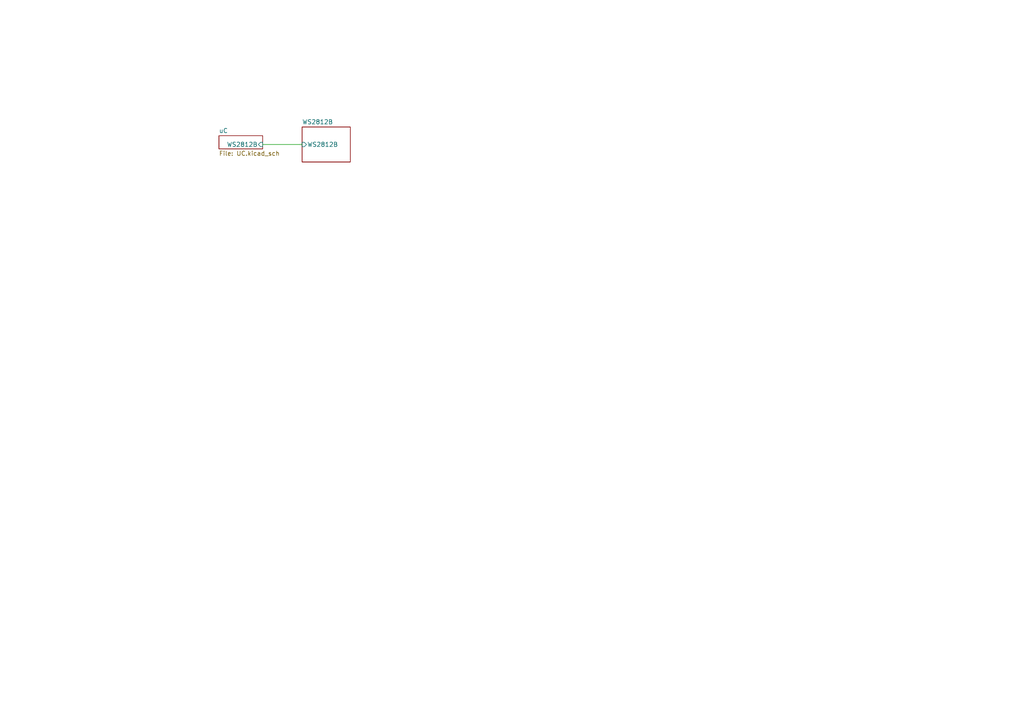
<source format=kicad_sch>
(kicad_sch
	(version 20231120)
	(generator "eeschema")
	(generator_version "8.0")
	(uuid "a7f720df-5226-47da-b97d-a699f8341512")
	(paper "A4")
	(title_block
		(title "Haibadge_Back")
		(date "2024-07-27")
		(rev "v1.0")
		(company "Waldo und Peter und Mona")
	)
	(lib_symbols)
	(wire
		(pts
			(xy 76.2 41.91) (xy 87.63 41.91)
		)
		(stroke
			(width 0)
			(type default)
		)
		(uuid "f12fab44-d0d8-461c-8cd3-41cc7730c166")
	)
	(sheet
		(at 87.63 36.83)
		(size 13.97 10.16)
		(fields_autoplaced yes)
		(stroke
			(width 0.1524)
			(type solid)
		)
		(fill
			(color 0 0 0 0.0000)
		)
		(uuid "06e5b8ae-2d1c-4f33-9cb4-f1dd2ab6de3f")
		(property "Sheetname" "WS2812B"
			(at 87.63 36.1184 0)
			(effects
				(font
					(size 1.27 1.27)
				)
				(justify left bottom)
			)
		)
		(property "Sheetfile" "WS2812B.kicad_sch"
			(at 87.63 47.5746 0)
			(effects
				(font
					(size 1.27 1.27)
				)
				(justify left top)
				(hide yes)
			)
		)
		(pin "WS2812B" input
			(at 87.63 41.91 180)
			(effects
				(font
					(size 1.27 1.27)
				)
				(justify left)
			)
			(uuid "6ae32347-8abf-4beb-a5cd-dc3ebd669165")
		)
		(instances
			(project "Haibadge_B"
				(path "/a7f720df-5226-47da-b97d-a699f8341512"
					(page "2")
				)
			)
		)
	)
	(sheet
		(at 63.5 39.37)
		(size 12.7 3.81)
		(fields_autoplaced yes)
		(stroke
			(width 0.1524)
			(type solid)
		)
		(fill
			(color 0 0 0 0.0000)
		)
		(uuid "1b10c049-f943-40db-a187-9221f68b2962")
		(property "Sheetname" "uC"
			(at 63.5 38.6584 0)
			(effects
				(font
					(size 1.27 1.27)
				)
				(justify left bottom)
			)
		)
		(property "Sheetfile" "UC.kicad_sch"
			(at 63.5 43.7646 0)
			(effects
				(font
					(size 1.27 1.27)
				)
				(justify left top)
			)
		)
		(pin "WS2812B" input
			(at 76.2 41.91 0)
			(effects
				(font
					(size 1.27 1.27)
				)
				(justify right)
			)
			(uuid "9168b6f6-084b-455f-8deb-900cf1dbf3f5")
		)
		(instances
			(project "Haibadge_B"
				(path "/a7f720df-5226-47da-b97d-a699f8341512"
					(page "3")
				)
			)
		)
	)
	(sheet_instances
		(path "/"
			(page "1")
		)
	)
)

</source>
